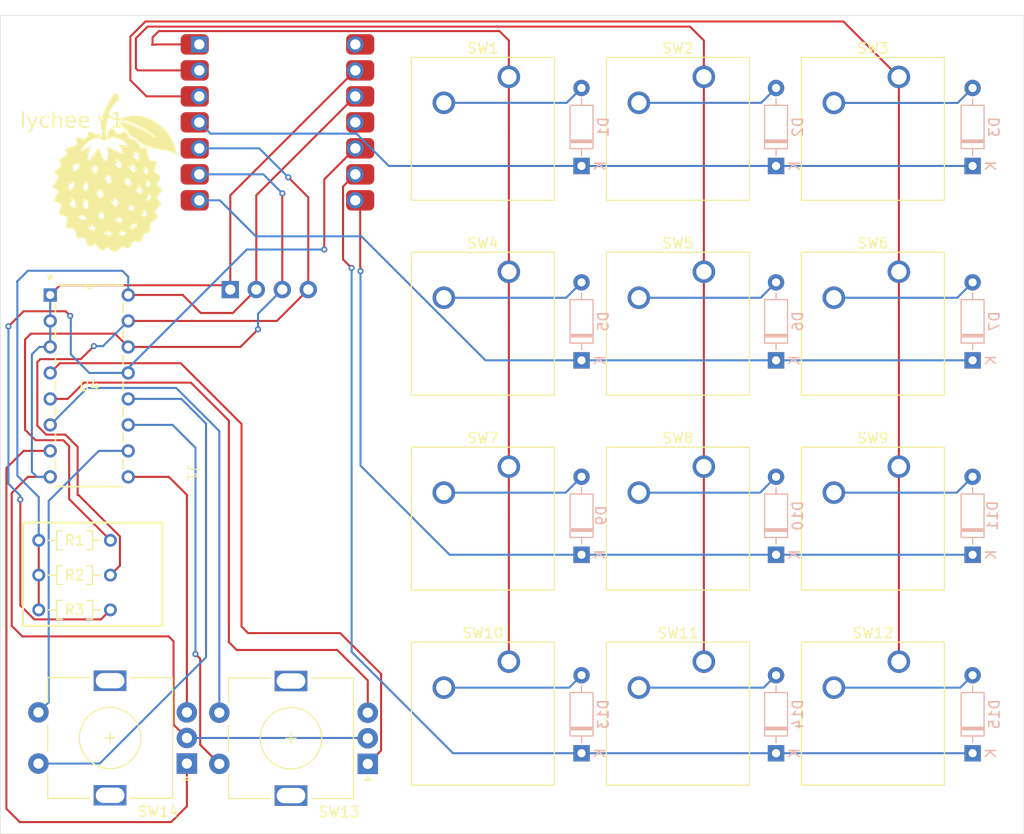
<source format=kicad_pcb>
(kicad_pcb (version 20240108) (generator "pcbnew") (generator_version "8.0")
  (title_block (title "lychee v1"))
  (layers (0 "F.Cu" signal) (31 "B.Cu" signal) (34 "B.Paste" user) (35 "F.Paste" user) (36 "B.SilkS" user "B.Silkscreen") (37 "F.SilkS" user "F.Silkscreen") (38 "B.Mask" user) (39 "F.Mask" user) (44 "Edge.Cuts" user))
  (net 0 "")
  (net 1 "Net-(D1-A)")
  (net 2 "Row 0")
  (net 3 "Net-(D2-A)")
  (net 4 "Net-(D3-A)")
  (net 5 "Net-(D5-A)")
  (net 6 "Row 1")
  (net 7 "Net-(D6-A)")
  (net 8 "Net-(D7-A)")
  (net 9 "Net-(D9-A)")
  (net 10 "Row 2")
  (net 11 "Net-(D10-A)")
  (net 12 "Net-(D11-A)")
  (net 13 "SCL")
  (net 14 "+3.3V")
  (net 15 "SDA")
  (net 16 "INT")
  (net 17 "Column 0")
  (net 18 "Column 1")
  (net 19 "Column 2")
  (net 20 "GND")
  (net 21 "Rotary A1")
  (net 22 "Rotary 1S1")
  (net 23 "Rotary B1")
  (net 24 "Rotary B2")
  (net 25 "Rotary 2S1")
  (net 26 "Rotary A2")
  (net 29 "Rotary 1S2")
  (net 30 "Rotary 2S2")
  (net 31 "Row 3")
  (net 32 "Net-(D13-A)")
  (net 33 "Net-(D14-A)")
  (net 34 "Net-(D15-A)")
  (footprint "3-1623928-0:RESAD700W45L350D185" (layer "F.Cu") (at 107.13 110.6)
    (property "Reference" "R1" (at 0 0 0) (layer "F.SilkS") (effects (font (size 1.000772 1.000772))))
    (property "Value" "4.7k")
    (pad "1" thru_hole circle (at -3.5 0) (size 1.258 1.258) (drill 0.75) (layers "*.Cu" "*.Mask") (net 14 "+3.3V"))
    (pad "2" thru_hole circle (at 3.5 0) (size 1.258 1.258) (drill 0.75) (layers "*.Cu" "*.Mask") (net 13 "SCL"))
  )
  (footprint "Button_Switch_Keyboard:SW_Cherry_MX_1.00u_PCB" (layer "F.Cu") (at 168.6 65.3)
    (property "Reference" "SW2" (at -2.54 -2.794 0) (layer "F.SilkS"))
    (property "Value" "SW_Push_45deg")
    (pad "" np_thru_hole circle (at -7.62 5.08) (size 1.7 1.7) (drill 1.7) (layers "*.Cu" "*.Mask"))
    (pad "" np_thru_hole circle (at -2.54 5.08) (size 4 4) (drill 4) (layers "*.Cu" "*.Mask"))
    (pad "" np_thru_hole circle (at 2.54 5.08) (size 1.7 1.7) (drill 1.7) (layers "*.Cu" "*.Mask"))
    (pad "1" thru_hole circle (at 0 0) (size 2.2 2.2) (drill 1.5) (layers "*.Cu" "*.Mask") (net 18 "Column 1"))
    (pad "2" thru_hole circle (at -6.35 2.54) (size 2.2 2.2) (drill 1.5) (layers "*.Cu" "*.Mask") (net 3 "Net-(D2-A)"))
  )
  (footprint "logo_kicad:lychee" (layer "F.Cu") (at 111.11 74.66)
    (property "Reference" "G***" (hide yes))
    (property "Value" "LOGO" (hide yes))
  )
  (footprint "Rotary_Encoder:RotaryEncoder_Alps_EC11E-Switch_Vertical_H20mm" (layer "F.Cu") (at 135.77 132.45 180)
    (property "Reference" "SW13" (at 2.8 -4.7 0) (layer "F.SilkS"))
    (property "Value" "RotaryEncoder_Switch")
    (pad "A" thru_hole rect (at 0 0 180) (size 2 2) (drill 1) (layers "*.Cu" "*.Mask") (net 21 "Rotary A1"))
    (pad "B" thru_hole circle (at 0 5 180) (size 2 2) (drill 1) (layers "*.Cu" "*.Mask") (net 23 "Rotary B1"))
    (pad "C" thru_hole circle (at 0 2.5 180) (size 2 2) (drill 1) (layers "*.Cu" "*.Mask") (net 20 "GND"))
    (pad "MP" thru_hole rect (at 7.5 -3.1 180) (size 3.2 2) (drill oval 2.8 1.5) (layers "*.Cu" "*.Mask"))
    (pad "MP" thru_hole rect (at 7.5 8.1 180) (size 3.2 2) (drill oval 2.8 1.5) (layers "*.Cu" "*.Mask"))
    (pad "S1" thru_hole circle (at 14.5 5 180) (size 2 2) (drill 1) (layers "*.Cu" "*.Mask") (net 22 "Rotary 1S1"))
    (pad "S2" thru_hole circle (at 14.5 0 180) (size 2 2) (drill 1) (layers "*.Cu" "*.Mask") (net 29 "Rotary 1S2"))
  )
  (footprint "Button_Switch_Keyboard:SW_Cherry_MX_1.00u_PCB" (layer "F.Cu") (at 149.55 65.3)
    (property "Reference" "SW1" (at -2.54 -2.794 0) (layer "F.SilkS"))
    (property "Value" "SW_Push_45deg")
    (pad "" np_thru_hole circle (at -7.62 5.08) (size 1.7 1.7) (drill 1.7) (layers "*.Cu" "*.Mask"))
    (pad "" np_thru_hole circle (at -2.54 5.08) (size 4 4) (drill 4) (layers "*.Cu" "*.Mask"))
    (pad "" np_thru_hole circle (at 2.54 5.08) (size 1.7 1.7) (drill 1.7) (layers "*.Cu" "*.Mask"))
    (pad "1" thru_hole circle (at 0 0) (size 2.2 2.2) (drill 1.5) (layers "*.Cu" "*.Mask") (net 17 "Column 0"))
    (pad "2" thru_hole circle (at -6.35 2.54) (size 2.2 2.2) (drill 1.5) (layers "*.Cu" "*.Mask") (net 1 "Net-(D1-A)"))
  )
  (footprint "Button_Switch_Keyboard:SW_Cherry_MX_1.00u_PCB" (layer "F.Cu") (at 187.65 122.46)
    (property "Reference" "SW12" (at -2.54 -2.794 0) (layer "F.SilkS"))
    (property "Value" "SW_Push_45deg")
    (pad "" np_thru_hole circle (at -7.62 5.08) (size 1.7 1.7) (drill 1.7) (layers "*.Cu" "*.Mask"))
    (pad "" np_thru_hole circle (at -2.54 5.08) (size 4 4) (drill 4) (layers "*.Cu" "*.Mask"))
    (pad "" np_thru_hole circle (at 2.54 5.08) (size 1.7 1.7) (drill 1.7) (layers "*.Cu" "*.Mask"))
    (pad "1" thru_hole circle (at 0 0) (size 2.2 2.2) (drill 1.5) (layers "*.Cu" "*.Mask") (net 19 "Column 2"))
    (pad "2" thru_hole circle (at -6.35 2.54) (size 2.2 2.2) (drill 1.5) (layers "*.Cu" "*.Mask") (net 34 "Net-(D15-A)"))
  )
  (footprint "Button_Switch_Keyboard:SW_Cherry_MX_1.00u_PCB" (layer "F.Cu") (at 187.65 65.31)
    (property "Reference" "SW3" (at -2.54 -2.794 0) (layer "F.SilkS"))
    (property "Value" "SW_Push_45deg")
    (pad "" np_thru_hole circle (at -7.62 5.08) (size 1.7 1.7) (drill 1.7) (layers "*.Cu" "*.Mask"))
    (pad "" np_thru_hole circle (at -2.54 5.08) (size 4 4) (drill 4) (layers "*.Cu" "*.Mask"))
    (pad "" np_thru_hole circle (at 2.54 5.08) (size 1.7 1.7) (drill 1.7) (layers "*.Cu" "*.Mask"))
    (pad "1" thru_hole circle (at 0 0) (size 2.2 2.2) (drill 1.5) (layers "*.Cu" "*.Mask") (net 19 "Column 2"))
    (pad "2" thru_hole circle (at -6.35 2.54) (size 2.2 2.2) (drill 1.5) (layers "*.Cu" "*.Mask") (net 4 "Net-(D3-A)"))
  )
  (footprint "Button_Switch_Keyboard:SW_Cherry_MX_1.00u_PCB" (layer "F.Cu") (at 149.55 122.46)
    (property "Reference" "SW10" (at -2.54 -2.794 0) (layer "F.SilkS"))
    (property "Value" "SW_Push_45deg")
    (pad "" np_thru_hole circle (at -7.62 5.08) (size 1.7 1.7) (drill 1.7) (layers "*.Cu" "*.Mask"))
    (pad "" np_thru_hole circle (at -2.54 5.08) (size 4 4) (drill 4) (layers "*.Cu" "*.Mask"))
    (pad "" np_thru_hole circle (at 2.54 5.08) (size 1.7 1.7) (drill 1.7) (layers "*.Cu" "*.Mask"))
    (pad "1" thru_hole circle (at 0 0) (size 2.2 2.2) (drill 1.5) (layers "*.Cu" "*.Mask") (net 17 "Column 0"))
    (pad "2" thru_hole circle (at -6.35 2.54) (size 2.2 2.2) (drill 1.5) (layers "*.Cu" "*.Mask") (net 32 "Net-(D13-A)"))
  )
  (footprint "OLED:OLED128x32" (layer "F.Cu") (at 118.14 103.99 -90)
    (property "Reference" "J1" (at 0 -0.5 -90) (layer "F.SilkS") (effects (font (thickness 0.1))))
    (property "Value" "OLED_128x32")
    (pad "1" thru_hole rect (at -17.9 -4.2 90) (size 1.7 1.7) (drill 1) (layers "*.Cu" "*.Mask") (net 20 "GND"))
    (pad "2" thru_hole oval (at -17.9 -6.74 90) (size 1.7 1.7) (drill 1) (layers "*.Cu" "*.Mask") (net 14 "+3.3V"))
    (pad "3" thru_hole oval (at -17.9 -9.28 90) (size 1.7 1.7) (drill 1) (layers "*.Cu" "*.Mask") (net 13 "SCL"))
    (pad "4" thru_hole oval (at -17.9 -11.82 90) (size 1.7 1.7) (drill 1) (layers "*.Cu" "*.Mask") (net 15 "SDA"))
  )
  (footprint "Button_Switch_Keyboard:SW_Cherry_MX_1.00u_PCB" (layer "F.Cu") (at 149.55 84.35)
    (property "Reference" "SW4" (at -2.54 -2.794 0) (layer "F.SilkS"))
    (property "Value" "SW_Push_45deg")
    (pad "" np_thru_hole circle (at -7.62 5.08) (size 1.7 1.7) (drill 1.7) (layers "*.Cu" "*.Mask"))
    (pad "" np_thru_hole circle (at -2.54 5.08) (size 4 4) (drill 4) (layers "*.Cu" "*.Mask"))
    (pad "" np_thru_hole circle (at 2.54 5.08) (size 1.7 1.7) (drill 1.7) (layers "*.Cu" "*.Mask"))
    (pad "1" thru_hole circle (at 0 0) (size 2.2 2.2) (drill 1.5) (layers "*.Cu" "*.Mask") (net 17 "Column 0"))
    (pad "2" thru_hole circle (at -6.35 2.54) (size 2.2 2.2) (drill 1.5) (layers "*.Cu" "*.Mask") (net 5 "Net-(D5-A)"))
  )
  (footprint "PCF8574AN:N16" (layer "F.Cu") (at 112.37 104.4)
    (property "Reference" "U4" (at -3.81 -8.89 0) (layer "F.SilkS"))
    (property "Value" "PCF8574A")
    (fp_text user "*" (at -7.62 -19.1897 0) (layer "F.SilkS"))
    (pad "1" thru_hole rect (at -7.62 -17.78) (size 1.2954 1.2954) (drill 0.7874) (layers "*.Cu" "*.Mask") (net 20 "GND"))
    (pad "2" thru_hole circle (at -7.62 -15.24) (size 1.2954 1.2954) (drill 0.7874) (layers "*.Cu" "*.Mask") (net 20 "GND"))
    (pad "3" thru_hole circle (at -7.62 -12.7) (size 1.2954 1.2954) (drill 0.7874) (layers "*.Cu" "*.Mask") (net 20 "GND"))
    (pad "4" thru_hole circle (at -7.62 -10.16) (size 1.2954 1.2954) (drill 0.7874) (layers "*.Cu" "*.Mask") (net 21 "Rotary A1"))
    (pad "5" thru_hole circle (at -7.62 -7.62) (size 1.2954 1.2954) (drill 0.7874) (layers "*.Cu" "*.Mask") (net 23 "Rotary B1"))
    (pad "6" thru_hole circle (at -7.62 -5.08) (size 1.2954 1.2954) (drill 0.7874) (layers "*.Cu" "*.Mask") (net 22 "Rotary 1S1"))
    (pad "7" thru_hole circle (at -7.62 -2.54) (size 1.2954 1.2954) (drill 0.7874) (layers "*.Cu" "*.Mask") (net 26 "Rotary A2"))
    (pad "8" thru_hole circle (at -7.62 0) (size 1.2954 1.2954) (drill 0.7874) (layers "*.Cu" "*.Mask") (net 20 "GND"))
    (pad "9" thru_hole circle (at 0 0) (size 1.2954 1.2954) (drill 0.7874) (layers "*.Cu" "*.Mask") (net 24 "Rotary B2"))
    (pad "10" thru_hole circle (at 0 -2.54) (size 1.2954 1.2954) (drill 0.7874) (layers "*.Cu" "*.Mask") (net 25 "Rotary 2S1"))
    (pad "11" thru_hole circle (at 0 -5.08) (size 1.2954 1.2954) (drill 0.7874) (layers "*.Cu" "*.Mask") (net 29 "Rotary 1S2"))
    (pad "12" thru_hole circle (at 0 -7.62) (size 1.2954 1.2954) (drill 0.7874) (layers "*.Cu" "*.Mask") (net 30 "Rotary 2S2"))
    (pad "13" thru_hole circle (at 0 -10.16) (size 1.2954 1.2954) (drill 0.7874) (layers "*.Cu" "*.Mask") (net 16 "INT"))
    (pad "14" thru_hole circle (at 0 -12.7) (size 1.2954 1.2954) (drill 0.7874) (layers "*.Cu" "*.Mask") (net 13 "SCL"))
    (pad "15" thru_hole circle (at 0 -15.24) (size 1.2954 1.2954) (drill 0.7874) (layers "*.Cu" "*.Mask") (net 15 "SDA"))
    (pad "16" thru_hole circle (at 0 -17.78) (size 1.2954 1.2954) (drill 0.7874) (layers "*.Cu" "*.Mask") (net 14 "+3.3V"))
  )
  (footprint "3-1623928-0:RESAD700W45L350D185" (layer "F.Cu") (at 107.13 117.4 180)
    (property "Reference" "R3" (at 0 0 0) (layer "F.SilkS") (effects (font (size 1.000772 1.000772))))
    (property "Value" "4.7k")
    (pad "1" thru_hole circle (at -3.5 0 180) (size 1.258 1.258) (drill 0.75) (layers "*.Cu" "*.Mask") (net 16 "INT"))
    (pad "2" thru_hole circle (at 3.5 0 180) (size 1.258 1.258) (drill 0.75) (layers "*.Cu" "*.Mask") (net 14 "+3.3V"))
  )
  (footprint "Button_Switch_Keyboard:SW_Cherry_MX_1.00u_PCB" (layer "F.Cu") (at 168.6 122.46)
    (property "Reference" "SW11" (at -2.54 -2.794 0) (layer "F.SilkS"))
    (property "Value" "SW_Push_45deg")
    (pad "" np_thru_hole circle (at -7.62 5.08) (size 1.7 1.7) (drill 1.7) (layers "*.Cu" "*.Mask"))
    (pad "" np_thru_hole circle (at -2.54 5.08) (size 4 4) (drill 4) (layers "*.Cu" "*.Mask"))
    (pad "" np_thru_hole circle (at 2.54 5.08) (size 1.7 1.7) (drill 1.7) (layers "*.Cu" "*.Mask"))
    (pad "1" thru_hole circle (at 0 0) (size 2.2 2.2) (drill 1.5) (layers "*.Cu" "*.Mask") (net 18 "Column 1"))
    (pad "2" thru_hole circle (at -6.35 2.54) (size 2.2 2.2) (drill 1.5) (layers "*.Cu" "*.Mask") (net 33 "Net-(D14-A)"))
  )
  (footprint "Button_Switch_Keyboard:SW_Cherry_MX_1.00u_PCB" (layer "F.Cu") (at 168.6 103.4)
    (property "Reference" "SW8" (at -2.54 -2.794 0) (layer "F.SilkS"))
    (property "Value" "SW_Push_45deg")
    (pad "" np_thru_hole circle (at -7.62 5.08) (size 1.7 1.7) (drill 1.7) (layers "*.Cu" "*.Mask"))
    (pad "" np_thru_hole circle (at -2.54 5.08) (size 4 4) (drill 4) (layers "*.Cu" "*.Mask"))
    (pad "" np_thru_hole circle (at 2.54 5.08) (size 1.7 1.7) (drill 1.7) (layers "*.Cu" "*.Mask"))
    (pad "1" thru_hole circle (at 0 0) (size 2.2 2.2) (drill 1.5) (layers "*.Cu" "*.Mask") (net 18 "Column 1"))
    (pad "2" thru_hole circle (at -6.35 2.54) (size 2.2 2.2) (drill 1.5) (layers "*.Cu" "*.Mask") (net 11 "Net-(D10-A)"))
  )
  (footprint "ScottoKeebs_MCU:Seeed_XIAO_RP2040" (layer "F.Cu") (at 126.93 69.75)
    (property "Reference" "U1" (hide yes))
    (property "Value" "Seeed Studio XIAO SAMD21")
    (pad "1" smd roundrect (at -8.065 -7.62) (size 2.75 2) (layers "F.Cu" "F.Paste" "F.Mask") (net 17 "Column 0"))
    (pad "1" thru_hole rect (at -7.62 -7.62 90) (size 1.6 1.6) (drill 1) (layers "*.Cu" "*.Mask") (net 17 "Column 0"))
    (pad "2" smd roundrect (at -8.065 -5.08) (size 2.75 2) (layers "F.Cu" "F.Paste" "F.Mask") (net 18 "Column 1"))
    (pad "2" thru_hole circle (at -7.62 -5.08 90) (size 1.6 1.6) (drill 1) (layers "*.Cu" "*.Mask") (net 18 "Column 1"))
    (pad "3" smd roundrect (at -8.065 -2.54) (size 2.75 2) (layers "F.Cu" "F.Paste" "F.Mask") (net 19 "Column 2"))
    (pad "3" thru_hole circle (at -7.62 -2.54 90) (size 1.6 1.6) (drill 1) (layers "*.Cu" "*.Mask") (net 19 "Column 2"))
    (pad "4" smd roundrect (at -8.065 0) (size 2.75 2) (layers "F.Cu" "F.Paste" "F.Mask") (net 2 "Row 0"))
    (pad "4" thru_hole circle (at -7.62 0 90) (size 1.6 1.6) (drill 1) (layers "*.Cu" "*.Mask") (net 2 "Row 0"))
    (pad "5" smd roundrect (at -8.065 2.54) (size 2.75 2) (layers "F.Cu" "F.Paste" "F.Mask") (net 15 "SDA"))
    (pad "5" thru_hole circle (at -7.62 2.54 90) (size 1.6 1.6) (drill 1) (layers "*.Cu" "*.Mask") (net 15 "SDA"))
    (pad "6" smd roundrect (at -8.065 5.08) (size 2.75 2) (layers "F.Cu" "F.Paste" "F.Mask") (net 13 "SCL"))
    (pad "6" thru_hole circle (at -7.62 5.08 90) (size 1.6 1.6) (drill 1) (layers "*.Cu" "*.Mask") (net 13 "SCL"))
    (pad "7" smd roundrect (at -8.065 7.62) (size 2.75 2) (layers "F.Cu" "F.Paste" "F.Mask") (net 6 "Row 1"))
    (pad "7" thru_hole circle (at -7.62 7.62 90) (size 1.6 1.6) (drill 1) (layers "*.Cu" "*.Mask") (net 6 "Row 1"))
    (pad "8" thru_hole circle (at 7.62 7.62 90) (size 1.6 1.6) (drill 1) (layers "*.Cu" "*.Mask") (net 10 "Row 2"))
    (pad "8" smd roundrect (at 8.1 7.62) (size 2.75 2) (layers "F.Cu" "F.Paste" "F.Mask") (net 10 "Row 2"))
    (pad "9" thru_hole circle (at 7.62 5.08 90) (size 1.6 1.6) (drill 1) (layers "*.Cu" "*.Mask") (net 31 "Row 3"))
    (pad "9" smd roundrect (at 8.1 5.08) (size 2.75 2) (layers "F.Cu" "F.Paste" "F.Mask") (net 31 "Row 3"))
    (pad "10" thru_hole circle (at 7.62 2.54 90) (size 1.6 1.6) (drill 1) (layers "*.Cu" "*.Mask") (net 16 "INT"))
    (pad "10" smd roundrect (at 8.1 2.54) (size 2.75 2) (layers "F.Cu" "F.Paste" "F.Mask") (net 16 "INT"))
    (pad "11" thru_hole circle (at 7.62 0 90) (size 1.6 1.6) (drill 1) (layers "*.Cu" "*.Mask"))
    (pad "11" smd roundrect (at 8.1 0) (size 2.75 2) (layers "F.Cu" "F.Paste" "F.Mask"))
    (pad "12" thru_hole circle (at 7.62 -2.54 90) (size 1.6 1.6) (drill 1) (layers "*.Cu" "*.Mask") (net 14 "+3.3V"))
    (pad "12" smd roundrect (at 8.1 -2.54) (size 2.75 2) (layers "F.Cu" "F.Paste" "F.Mask") (net 14 "+3.3V"))
    (pad "13" thru_hole circle (at 7.62 -5.08 90) (size 1.6 1.6) (drill 1) (layers "*.Cu" "*.Mask") (net 20 "GND"))
    (pad "13" smd roundrect (at 8.1 -5.08) (size 2.75 2) (layers "F.Cu" "F.Paste" "F.Mask") (net 20 "GND"))
    (pad "14" thru_hole circle (at 7.62 -7.62 90) (size 1.6 1.6) (drill 1) (layers "*.Cu" "*.Mask"))
    (pad "14" smd roundrect (at 8.1 -7.62) (size 2.75 2) (layers "F.Cu" "F.Paste" "F.Mask"))
  )
  (footprint "Rotary_Encoder:RotaryEncoder_Alps_EC11E-Switch_Vertical_H20mm" (layer "F.Cu") (at 118.1 132.42 180)
    (property "Reference" "SW14" (at 2.8 -4.7 0) (layer "F.SilkS"))
    (property "Value" "RotaryEncoder_Switch")
    (pad "A" thru_hole rect (at 0 0 180) (size 2 2) (drill 1) (layers "*.Cu" "*.Mask") (net 26 "Rotary A2"))
    (pad "B" thru_hole circle (at 0 5 180) (size 2 2) (drill 1) (layers "*.Cu" "*.Mask") (net 24 "Rotary B2"))
    (pad "C" thru_hole circle (at 0 2.5 180) (size 2 2) (drill 1) (layers "*.Cu" "*.Mask") (net 20 "GND"))
    (pad "MP" thru_hole rect (at 7.5 -3.1 180) (size 3.2 2) (drill oval 2.8 1.5) (layers "*.Cu" "*.Mask"))
    (pad "MP" thru_hole rect (at 7.5 8.1 180) (size 3.2 2) (drill oval 2.8 1.5) (layers "*.Cu" "*.Mask"))
    (pad "S1" thru_hole circle (at 14.5 5 180) (size 2 2) (drill 1) (layers "*.Cu" "*.Mask") (net 25 "Rotary 2S1"))
    (pad "S2" thru_hole circle (at 14.5 0 180) (size 2 2) (drill 1) (layers "*.Cu" "*.Mask") (net 30 "Rotary 2S2"))
  )
  (footprint "Button_Switch_Keyboard:SW_Cherry_MX_1.00u_PCB" (layer "F.Cu") (at 187.65 103.4)
    (property "Reference" "SW9" (at -2.54 -2.794 0) (layer "F.SilkS"))
    (property "Value" "SW_Push_45deg")
    (pad "" np_thru_hole circle (at -7.62 5.08) (size 1.7 1.7) (drill 1.7) (layers "*.Cu" "*.Mask"))
    (pad "" np_thru_hole circle (at -2.54 5.08) (size 4 4) (drill 4) (layers "*.Cu" "*.Mask"))
    (pad "" np_thru_hole circle (at 2.54 5.08) (size 1.7 1.7) (drill 1.7) (layers "*.Cu" "*.Mask"))
    (pad "1" thru_hole circle (at 0 0) (size 2.2 2.2) (drill 1.5) (layers "*.Cu" "*.Mask") (net 19 "Column 2"))
    (pad "2" thru_hole circle (at -6.35 2.54) (size 2.2 2.2) (drill 1.5) (layers "*.Cu" "*.Mask") (net 12 "Net-(D11-A)"))
  )
  (footprint "3-1623928-0:RESAD700W45L350D185" (layer "F.Cu") (at 107.13 114)
    (property "Reference" "R2" (at 0 0 0) (layer "F.SilkS") (effects (font (size 1.000772 1.000772))))
    (property "Value" "4.7k")
    (pad "1" thru_hole circle (at -3.5 0) (size 1.258 1.258) (drill 0.75) (layers "*.Cu" "*.Mask") (net 14 "+3.3V"))
    (pad "2" thru_hole circle (at 3.5 0) (size 1.258 1.258) (drill 0.75) (layers "*.Cu" "*.Mask") (net 15 "SDA"))
  )
  (footprint "Button_Switch_Keyboard:SW_Cherry_MX_1.00u_PCB" (layer "F.Cu") (at 187.65 84.35)
    (property "Reference" "SW6" (at -2.54 -2.794 0) (layer "F.SilkS"))
    (property "Value" "SW_Push_45deg")
    (pad "" np_thru_hole circle (at -7.62 5.08) (size 1.7 1.7) (drill 1.7) (layers "*.Cu" "*.Mask"))
    (pad "" np_thru_hole circle (at -2.54 5.08) (size 4 4) (drill 4) (layers "*.Cu" "*.Mask"))
    (pad "" np_thru_hole circle (at 2.54 5.08) (size 1.7 1.7) (drill 1.7) (layers "*.Cu" "*.Mask"))
    (pad "1" thru_hole circle (at 0 0) (size 2.2 2.2) (drill 1.5) (layers "*.Cu" "*.Mask") (net 19 "Column 2"))
    (pad "2" thru_hole circle (at -6.35 2.54) (size 2.2 2.2) (drill 1.5) (layers "*.Cu" "*.Mask") (net 8 "Net-(D7-A)"))
  )
  (footprint "Button_Switch_Keyboard:SW_Cherry_MX_1.00u_PCB" (layer "F.Cu") (at 168.6 84.35)
    (property "Reference" "SW5" (at -2.54 -2.794 0) (layer "F.SilkS"))
    (property "Value" "SW_Push_45deg")
    (pad "" np_thru_hole circle (at -7.62 5.08) (size 1.7 1.7) (drill 1.7) (layers "*.Cu" "*.Mask"))
    (pad "" np_thru_hole circle (at -2.54 5.08) (size 4 4) (drill 4) (layers "*.Cu" "*.Mask"))
    (pad "" np_thru_hole circle (at 2.54 5.08) (size 1.7 1.7) (drill 1.7) (layers "*.Cu" "*.Mask"))
    (pad "1" thru_hole circle (at 0 0) (size 2.2 2.2) (drill 1.5) (layers "*.Cu" "*.Mask") (net 18 "Column 1"))
    (pad "2" thru_hole circle (at -6.35 2.54) (size 2.2 2.2) (drill 1.5) (layers "*.Cu" "*.Mask") (net 7 "Net-(D6-A)"))
  )
  (footprint "Button_Switch_Keyboard:SW_Cherry_MX_1.00u_PCB" (layer "F.Cu") (at 149.55 103.4)
    (property "Reference" "SW7" (at -2.54 -2.794 0) (layer "F.SilkS"))
    (property "Value" "SW_Push_45deg")
    (pad "" np_thru_hole circle (at -7.62 5.08) (size 1.7 1.7) (drill 1.7) (layers "*.Cu" "*.Mask"))
    (pad "" np_thru_hole circle (at -2.54 5.08) (size 4 4) (drill 4) (layers "*.Cu" "*.Mask"))
    (pad "" np_thru_hole circle (at 2.54 5.08) (size 1.7 1.7) (drill 1.7) (layers "*.Cu" "*.Mask"))
    (pad "1" thru_hole circle (at 0 0) (size 2.2 2.2) (drill 1.5) (layers "*.Cu" "*.Mask") (net 17 "Column 0"))
    (pad "2" thru_hole circle (at -6.35 2.54) (size 2.2 2.2) (drill 1.5) (layers "*.Cu" "*.Mask") (net 9 "Net-(D9-A)"))
  )
  (footprint "Diode_THT:D_DO-35_SOD27_P7.62mm_Horizontal" (layer "B.Cu") (at 156.65 131.41 90)
    (property "Reference" "D13" (at 3.81 2.12 90) (layer "B.SilkS") (effects (justify mirror)))
    (property "Value" "1N4148")
    (fp_text user "K" (at 0 1.8 90) (layer "B.SilkS") (effects (justify mirror)))
    (pad "1" thru_hole rect (at 0 0 90) (size 1.6 1.6) (drill 0.8) (layers "*.Cu" "*.Mask") (net 31 "Row 3"))
    (pad "2" thru_hole oval (at 7.62 0 90) (size 1.6 1.6) (drill 0.8) (layers "*.Cu" "*.Mask") (net 32 "Net-(D13-A)"))
  )
  (footprint "Diode_THT:D_DO-35_SOD27_P7.62mm_Horizontal" (layer "B.Cu") (at 194.85 131.41 90)
    (property "Reference" "D15" (at 3.81 2.12 90) (layer "B.SilkS") (effects (justify mirror)))
    (property "Value" "1N4148")
    (fp_text user "K" (at 0 1.8 90) (layer "B.SilkS") (effects (justify mirror)))
    (pad "1" thru_hole rect (at 0 0 90) (size 1.6 1.6) (drill 0.8) (layers "*.Cu" "*.Mask") (net 31 "Row 3"))
    (pad "2" thru_hole oval (at 7.62 0 90) (size 1.6 1.6) (drill 0.8) (layers "*.Cu" "*.Mask") (net 34 "Net-(D15-A)"))
  )
  (footprint "Diode_THT:D_DO-35_SOD27_P7.62mm_Horizontal" (layer "B.Cu") (at 194.85 93.01 90)
    (property "Reference" "D7" (at 3.81 2.12 90) (layer "B.SilkS") (effects (justify mirror)))
    (property "Value" "1N4148")
    (fp_text user "K" (at 0 1.8 90) (layer "B.SilkS") (effects (justify mirror)))
    (pad "1" thru_hole rect (at 0 0 90) (size 1.6 1.6) (drill 0.8) (layers "*.Cu" "*.Mask") (net 6 "Row 1"))
    (pad "2" thru_hole oval (at 7.62 0 90) (size 1.6 1.6) (drill 0.8) (layers "*.Cu" "*.Mask") (net 8 "Net-(D7-A)"))
  )
  (footprint "Diode_THT:D_DO-35_SOD27_P7.62mm_Horizontal" (layer "B.Cu") (at 156.65 74.01 90)
    (property "Reference" "D1" (at 3.81 2.12 90) (layer "B.SilkS") (effects (justify mirror)))
    (property "Value" "1N4148")
    (fp_text user "K" (at 0 1.8 90) (layer "B.SilkS") (effects (justify mirror)))
    (pad "1" thru_hole rect (at 0 0 90) (size 1.6 1.6) (drill 0.8) (layers "*.Cu" "*.Mask") (net 2 "Row 0"))
    (pad "2" thru_hole oval (at 7.62 0 90) (size 1.6 1.6) (drill 0.8) (layers "*.Cu" "*.Mask") (net 1 "Net-(D1-A)"))
  )
  (footprint "Diode_THT:D_DO-35_SOD27_P7.62mm_Horizontal" (layer "B.Cu") (at 175.65 112.01 90)
    (property "Reference" "D10" (at 3.81 2.12 90) (layer "B.SilkS") (effects (justify mirror)))
    (property "Value" "1N4148")
    (fp_text user "K" (at 0 1.8 90) (layer "B.SilkS") (effects (justify mirror)))
    (pad "1" thru_hole rect (at 0 0 90) (size 1.6 1.6) (drill 0.8) (layers "*.Cu" "*.Mask") (net 10 "Row 2"))
    (pad "2" thru_hole oval (at 7.62 0 90) (size 1.6 1.6) (drill 0.8) (layers "*.Cu" "*.Mask") (net 11 "Net-(D10-A)"))
  )
  (footprint "Diode_THT:D_DO-35_SOD27_P7.62mm_Horizontal" (layer "B.Cu") (at 175.65 93.01 90)
    (property "Reference" "D6" (at 3.81 2.12 90) (layer "B.SilkS") (effects (justify mirror)))
    (property "Value" "1N4148")
    (fp_text user "K" (at 0 1.8 90) (layer "B.SilkS") (effects (justify mirror)))
    (pad "1" thru_hole rect (at 0 0 90) (size 1.6 1.6) (drill 0.8) (layers "*.Cu" "*.Mask") (net 6 "Row 1"))
    (pad "2" thru_hole oval (at 7.62 0 90) (size 1.6 1.6) (drill 0.8) (layers "*.Cu" "*.Mask") (net 7 "Net-(D6-A)"))
  )
  (footprint "Diode_THT:D_DO-35_SOD27_P7.62mm_Horizontal" (layer "B.Cu") (at 156.65 93.01 90)
    (property "Reference" "D5" (at 3.81 2.12 90) (layer "B.SilkS") (effects (justify mirror)))
    (property "Value" "1N4148")
    (fp_text user "K" (at 0 1.8 90) (layer "B.SilkS") (effects (justify mirror)))
    (pad "1" thru_hole rect (at 0 0 90) (size 1.6 1.6) (drill 0.8) (layers "*.Cu" "*.Mask") (net 6 "Row 1"))
    (pad "2" thru_hole oval (at 7.62 0 90) (size 1.6 1.6) (drill 0.8) (layers "*.Cu" "*.Mask") (net 5 "Net-(D5-A)"))
  )
  (footprint "Diode_THT:D_DO-35_SOD27_P7.62mm_Horizontal" (layer "B.Cu") (at 194.85 74.01 90)
    (property "Reference" "D3" (at 3.81 2.12 90) (layer "B.SilkS") (effects (justify mirror)))
    (property "Value" "1N4148")
    (fp_text user "K" (at 0 1.8 90) (layer "B.SilkS") (effects (justify mirror)))
    (pad "1" thru_hole rect (at 0 0 90) (size 1.6 1.6) (drill 0.8) (layers "*.Cu" "*.Mask") (net 2 "Row 0"))
    (pad "2" thru_hole oval (at 7.62 0 90) (size 1.6 1.6) (drill 0.8) (layers "*.Cu" "*.Mask") (net 4 "Net-(D3-A)"))
  )
  (footprint "Diode_THT:D_DO-35_SOD27_P7.62mm_Horizontal" (layer "B.Cu") (at 175.65 131.41 90)
    (property "Reference" "D14" (at 3.81 2.12 90) (layer "B.SilkS") (effects (justify mirror)))
    (property "Value" "1N4148")
    (fp_text user "K" (at 0 1.8 90) (layer "B.SilkS") (effects (justify mirror)))
    (pad "1" thru_hole rect (at 0 0 90) (size 1.6 1.6) (drill 0.8) (layers "*.Cu" "*.Mask") (net 31 "Row 3"))
    (pad "2" thru_hole oval (at 7.62 0 90) (size 1.6 1.6) (drill 0.8) (layers "*.Cu" "*.Mask") (net 33 "Net-(D14-A)"))
  )
  (footprint "Diode_THT:D_DO-35_SOD27_P7.62mm_Horizontal" (layer "B.Cu") (at 194.85 112.01 90)
    (property "Reference" "D11" (at 3.82 1.95 90) (layer "B.SilkS") (effects (justify mirror)))
    (property "Value" "1N4148")
    (fp_text user "K" (at 0 1.8 90) (layer "B.SilkS") (effects (justify mirror)))
    (pad "1" thru_hole rect (at 0 0 90) (size 1.6 1.6) (drill 0.8) (layers "*.Cu" "*.Mask") (net 10 "Row 2"))
    (pad "2" thru_hole oval (at 7.62 0 90) (size 1.6 1.6) (drill 0.8) (layers "*.Cu" "*.Mask") (net 12 "Net-(D11-A)"))
  )
  (footprint "Diode_THT:D_DO-35_SOD27_P7.62mm_Horizontal" (layer "B.Cu") (at 175.65 74.01 90)
    (property "Reference" "D2" (at 3.81 2.12 90) (layer "B.SilkS") (effects (justify mirror)))
    (property "Value" "1N4148")
    (fp_text user "K" (at 0 1.8 90) (layer "B.SilkS") (effects (justify mirror)))
    (pad "1" thru_hole rect (at 0 0 90) (size 1.6 1.6) (drill 0.8) (layers "*.Cu" "*.Mask") (net 2 "Row 0"))
    (pad "2" thru_hole oval (at 7.62 0 90) (size 1.6 1.6) (drill 0.8) (layers "*.Cu" "*.Mask") (net 3 "Net-(D2-A)"))
  )
  (footprint "Diode_THT:D_DO-35_SOD27_P7.62mm_Horizontal" (layer "B.Cu") (at 156.65 112.01 90)
    (property "Reference" "D9" (at 3.84 1.92 90) (layer "B.SilkS") (effects (justify mirror)))
    (property "Value" "1N4148" (hide yes))
    (fp_text user "K" (at 0 1.8 90) (layer "B.SilkS") (effects (justify mirror)))
    (pad "1" thru_hole rect (at 0 0 90) (size 1.6 1.6) (drill 0.8) (layers "*.Cu" "*.Mask") (net 10 "Row 2"))
    (pad "2" thru_hole oval (at 7.62 0 90) (size 1.6 1.6) (drill 0.8) (layers "*.Cu" "*.Mask") (net 9 "Net-(D9-A)"))
  )
  (gr_rect (start 102.09 108.87) (end 115.71 118.95) (stroke (width 0.2)) (fill none) (layer "F.SilkS"))
  (gr_rect (start 99.87 59.29) (end 199.87 139.29) (stroke (width 0.05)) (fill none) (layer "Edge.Cuts"))
  (gr_text "lychee v1" (at 101.79 70.52 0) (layer "F.SilkS") (effects (font (size 1.5 1.5) (thickness 0.1)) (justify left bottom)))
  (segment (start 143.2 67.84) (end 155.2 67.84) (width 0.2) (layer "B.Cu") (net 1))
  (segment (start 155.2 67.84) (end 156.65 66.39) (width 0.2) (layer "B.Cu") (net 1))
  (segment (start 120.41 70.85) (end 119.31 69.75) (width 0.2) (layer "B.Cu") (net 2))
  (segment (start 175.65 74.01) (end 194.85 74.01) (width 0.2) (layer "B.Cu") (net 2))
  (segment (start 156.65 74.01) (end 137.825635 74.01) (width 0.2) (layer "B.Cu") (net 2))
  (segment (start 156.65 74.01) (end 175.65 74.01) (width 0.2) (layer "B.Cu") (net 2))
  (segment (start 137.825635 74.01) (end 134.665635 70.85) (width 0.2) (layer "B.Cu") (net 2))
  (segment (start 134.665635 70.85) (end 120.41 70.85) (width 0.2) (layer "B.Cu") (net 2))
  (segment (start 162.25 67.84) (end 174.2 67.84) (width 0.2) (layer "B.Cu") (net 3))
  (segment (start 174.2 67.84) (end 175.65 66.39) (width 0.2) (layer "B.Cu") (net 3))
  (segment (start 193.39 67.85) (end 194.85 66.39) (width 0.2) (layer "B.Cu") (net 4))
  (segment (start 181.3 67.85) (end 193.39 67.85) (width 0.2) (layer "B.Cu") (net 4))
  (segment (start 155.15 86.89) (end 156.65 85.39) (width 0.2) (layer "B.Cu") (net 5))
  (segment (start 143.2 86.89) (end 155.15 86.89) (width 0.2) (layer "B.Cu") (net 5))
  (segment (start 147.266598 93.01) (end 135.146598 80.89) (width 0.2) (layer "B.Cu") (net 6))
  (segment (start 175.65 93.01) (end 194.85 93.01) (width 0.2) (layer "B.Cu") (net 6))
  (segment (start 156.65 93.01) (end 175.65 93.01) (width 0.2) (layer "B.Cu") (net 6))
  (segment (start 124.84 80.89) (end 121.32 77.37) (width 0.2) (layer "B.Cu") (net 6))
  (segment (start 135.146598 80.89) (end 124.84 80.89) (width 0.2) (layer "B.Cu") (net 6))
  (segment (start 156.65 93.01) (end 147.266598 93.01) (width 0.2) (layer "B.Cu") (net 6))
  (segment (start 121.32 77.37) (end 119.31 77.37) (width 0.2) (layer "B.Cu") (net 6))
  (segment (start 174.15 86.89) (end 175.65 85.39) (width 0.2) (layer "B.Cu") (net 7))
  (segment (start 162.25 86.89) (end 174.15 86.89) (width 0.2) (layer "B.Cu") (net 7))
  (segment (start 181.3 86.89) (end 193.35 86.89) (width 0.2) (layer "B.Cu") (net 8))
  (segment (start 193.35 86.89) (end 194.85 85.39) (width 0.2) (layer "B.Cu") (net 8))
  (segment (start 155.1 105.94) (end 156.65 104.39) (width 0.2) (layer "B.Cu") (net 9))
  (segment (start 143.2 105.94) (end 155.1 105.94) (width 0.2) (layer "B.Cu") (net 9))
  (segment (start 135.06 83.9) (end 135.03 83.87) (width 0.2) (layer "F.Cu") (net 10))
  (segment (start 135.03 83.87) (end 135.03 77.37) (width 0.2) (layer "F.Cu") (net 10))
  (segment (start 135.06 84.29) (end 135.06 83.9) (width 0.2) (layer "F.Cu") (net 10))
  (via (at 135.06 84.29) (size 0.6) (drill 0.3) (layers "F.Cu" "B.Cu") (net 10))
  (segment (start 143.762944 112.01) (end 135.06 103.307056) (width 0.2) (layer "B.Cu") (net 10))
  (segment (start 175.65 112.01) (end 156.65 112.01) (width 0.2) (layer "B.Cu") (net 10))
  (segment (start 156.65 112.01) (end 143.762944 112.01) (width 0.2) (layer "B.Cu") (net 10))
  (segment (start 135.06 103.307056) (end 135.06 84.29) (width 0.2) (layer "B.Cu") (net 10))
  (segment (start 194.85 112.01) (end 175.65 112.01) (width 0.2) (layer "B.Cu") (net 10))
  (segment (start 162.25 105.94) (end 174.1 105.94) (width 0.2) (layer "B.Cu") (net 11))
  (segment (start 174.1 105.94) (end 175.65 104.39) (width 0.2) (layer "B.Cu") (net 11))
  (segment (start 193.3 105.94) (end 194.85 104.39) (width 0.2) (layer "B.Cu") (net 12))
  (segment (start 181.3 105.94) (end 193.3 105.94) (width 0.2) (layer "B.Cu") (net 12))
  (segment (start 106.6 101.39) (end 106.03 100.82) (width 0.2) (layer "F.Cu") (net 13))
  (segment (start 123.33 91.7) (end 125.05 89.98) (width 0.2) (layer "F.Cu") (net 13))
  (segment (start 112.37 91.7) (end 123.33 91.7) (width 0.2) (layer "F.Cu") (net 13))
  (segment (start 102.29 99.79) (end 102.29 90.98) (width 0.2) (layer "F.Cu") (net 13))
  (segment (start 106.6 106.57) (end 106.6 101.39) (width 0.2) (layer "F.Cu") (net 13))
  (segment (start 103.32 100.82) (end 102.29 99.79) (width 0.2) (layer "F.Cu") (net 13))
  (segment (start 102.29 90.98) (end 102.87 90.4) (width 0.2) (layer "F.Cu") (net 13))
  (segment (start 102.87 90.4) (end 111.07 90.4) (width 0.2) (layer "F.Cu") (net 13))
  (segment (start 110.63 110.6) (end 106.6 106.57) (width 0.2) (layer "F.Cu") (net 13))
  (segment (start 106.03 100.82) (end 103.32 100.82) (width 0.2) (layer "F.Cu") (net 13))
  (segment (start 127.42 76.7) (end 127.43 76.69) (width 0.2) (layer "F.Cu") (net 13))
  (segment (start 111.07 90.4) (end 112.37 91.7) (width 0.2) (layer "F.Cu") (net 13))
  (segment (start 127.42 86.09) (end 127.42 76.7) (width 0.2) (layer "F.Cu") (net 13))
  (via (at 125.05 89.98) (size 0.6) (drill 0.3) (layers "F.Cu" "B.Cu") (net 13))
  (via (at 127.43 76.69) (size 0.6) (drill 0.3) (layers "F.Cu" "B.Cu") (net 13))
  (segment (start 127.43 76.69) (end 125.57 74.83) (width 0.2) (layer "B.Cu") (net 13))
  (segment (start 125.05 88.46) (end 127.42 86.09) (width 0.2) (layer "B.Cu") (net 13))
  (segment (start 125.05 89.98) (end 125.05 88.46) (width 0.2) (layer "B.Cu") (net 13))
  (segment (start 125.57 74.83) (end 119.31 74.83) (width 0.2) (layer "B.Cu") (net 13))
  (segment (start 122.59 88.38) (end 124.88 86.09) (width 0.2) (layer "F.Cu") (net 14))
  (segment (start 119.46 88.38) (end 122.59 88.38) (width 0.2) (layer "F.Cu") (net 14))
  (segment (start 124.88 86.09) (end 124.88 76.88) (width 0.2) (layer "F.Cu") (net 14))
  (segment (start 124.88 76.88) (end 134.55 67.21) (width 0.2) (layer "F.Cu") (net 14))
  (segment (start 117.7 86.62) (end 119.46 88.38) (width 0.2) (layer "F.Cu") (net 14))
  (segment (start 112.37 86.62) (end 117.7 86.62) (width 0.2) (layer "F.Cu") (net 14))
  (segment (start 103.63 114) (end 103.63 110.6) (width 0.2) (layer "F.Cu") (net 14))
  (segment (start 103.63 117.4) (end 103.63 114) (width 0.2) (layer "F.Cu") (net 14))
  (segment (start 112.37 84.84) (end 112.37 86.62) (width 0.2) (layer "B.Cu") (net 14))
  (segment (start 103.63 110.6) (end 103.63 106.37) (width 0.2) (layer "B.Cu") (net 14))
  (segment (start 101.5 85.32) (end 102.57 84.25) (width 0.2) (layer "B.Cu") (net 14))
  (segment (start 103.63 106.37) (end 101.54 104.28) (width 0.2) (layer "B.Cu") (net 14))
  (segment (start 111.78 84.25) (end 112.37 84.84) (width 0.2) (layer "B.Cu") (net 14))
  (segment (start 101.54 104.28) (end 101.54 85.36) (width 0.2) (layer "B.Cu") (net 14))
  (segment (start 102.57 84.25) (end 111.78 84.25) (width 0.2) (layer "B.Cu") (net 14))
  (segment (start 101.54 85.36) (end 101.5 85.32) (width 0.2) (layer "B.Cu") (net 14))
  (segment (start 111.559 113.071) (end 111.559 110.215195) (width 0.2) (layer "F.Cu") (net 15))
  (segment (start 104.357449 100.2677) (end 103.49 99.400251) (width 0.2) (layer "F.Cu") (net 15))
  (segment (start 110.63 114) (end 111.559 113.071) (width 0.2) (layer "F.Cu") (net 15))
  (segment (start 129.96 86.09) (end 129.96 77.08) (width 0.2) (layer "F.Cu") (net 15))
  (segment (start 106.2277 100.2677) (end 104.357449 100.2677) (width 0.2) (layer "F.Cu") (net 15))
  (segment (start 103.7777 92.8923) (end 107.7377 92.8923) (width 0.2) (layer "F.Cu") (net 15))
  (segment (start 111.559 110.215195) (end 107.523805 106.18) (width 0.2) (layer "F.Cu") (net 15))
  (segment (start 106.26 100.3) (end 106.2277 100.2677) (width 0.2) (layer "F.Cu") (net 15))
  (segment (start 103.49 99.400251) (end 103.49 93.18) (width 0.2) (layer "F.Cu") (net 15))
  (segment (start 107.523805 106.18) (end 107.43 106.18) (width 0.2) (layer "F.Cu") (net 15))
  (segment (start 129.96 77.08) (end 128 75.12) (width 0.2) (layer "F.Cu") (net 15))
  (segment (start 103.49 93.18) (end 103.7777 92.8923) (width 0.2) (layer "F.Cu") (net 15))
  (segment (start 126.89 89.16) (end 129.96 86.09) (width 0.2) (layer "F.Cu") (net 15))
  (segment (start 107.7377 92.8923) (end 109.01 91.62) (width 0.2) (layer "F.Cu") (net 15))
  (segment (start 107.43 101.47) (end 106.26 100.3) (width 0.2) (layer "F.Cu") (net 15))
  (segment (start 107.43 106.18) (end 107.43 101.47) (width 0.2) (layer "F.Cu") (net 15))
  (segment (start 112.37 89.16) (end 126.89 89.16) (width 0.2) (layer "F.Cu") (net 15))
  (via (at 109.01 91.62) (size 0.6) (drill 0.3) (layers "F.Cu" "B.Cu") (net 15))
  (via (at 128 75.12) (size 0.6) (drill 0.3) (layers "F.Cu" "B.Cu") (net 15))
  (segment (start 109.91 91.62) (end 112.37 89.16) (width 0.2) (layer "B.Cu") (net 15))
  (segment (start 109.01 91.62) (end 109.91 91.62) (width 0.2) (layer "B.Cu") (net 15))
  (segment (start 125.17 72.29) (end 119.31 72.29) (width 0.2) (layer "B.Cu") (net 15))
  (segment (start 128 75.12) (end 125.17 72.29) (width 0.2) (layer "B.Cu") (net 15))
  (segment (start 131.52 75.32) (end 134.55 72.29) (width 0.2) (layer "F.Cu") (net 16))
  (segment (start 131.52 82.18) (end 131.52 75.32) (width 0.2) (layer "F.Cu") (net 16))
  (segment (start 110.63 117.4) (end 109.701 118.329) (width 0.2) (layer "F.Cu") (net 16))
  (segment (start 100.67 89.69) (end 102.1477 88.2123) (width 0.2) (layer "F.Cu") (net 16))
  (segment (start 103.199 118.329) (end 101.83 116.96) (width 0.2) (layer "F.Cu") (net 16))
  (segment (start 101.83 116.96) (end 101.83 106.62) (width 0.2) (layer "F.Cu") (net 16))
  (segment (start 106.2523 88.2123) (end 106.7 88.66) (width 0.2) (layer "F.Cu") (net 16))
  (segment (start 109.701 118.329) (end 103.199 118.329) (width 0.2) (layer "F.Cu") (net 16))
  (segment (start 102.1477 88.2123) (end 106.2523 88.2123) (width 0.2) (layer "F.Cu") (net 16))
  (via (at 100.67 89.69) (size 0.6) (drill 0.3) (layers "F.Cu" "B.Cu") (net 16))
  (via (at 101.83 106.62) (size 0.6) (drill 0.3) (layers "F.Cu" "B.Cu") (net 16))
  (via (at 106.7 88.66) (size 0.6) (drill 0.3) (layers "F.Cu" "B.Cu") (net 16))
  (via (at 131.52 82.18) (size 0.6) (drill 0.3) (layers "F.Cu" "B.Cu") (net 16))
  (segment (start 112.37 93.76) (end 123.95 82.18) (width 0.2) (layer "B.Cu") (net 16))
  (segment (start 101.83 106.24) (end 100.67 105.08) (width 0.2) (layer "B.Cu") (net 16))
  (segment (start 100.67 105.08) (end 100.67 89.69) (width 0.2) (layer "B.Cu") (net 16))
  (segment (start 106.76 92.43) (end 108.57 94.24) (width 0.2) (layer "B.Cu") (net 16))
  (segment (start 108.57 94.24) (end 112.37 94.24) (width 0.2) (layer "B.Cu") (net 16))
  (segment (start 123.95 82.18) (end 131.52 82.18) (width 0.2) (layer "B.Cu") (net 16))
  (segment (start 106.76 88.72) (end 106.76 92.43) (width 0.2) (layer "B.Cu") (net 16))
  (segment (start 112.37 94.24) (end 112.37 93.76) (width 0.2) (layer "B.Cu") (net 16))
  (segment (start 101.83 106.62) (end 101.83 106.24) (width 0.2) (layer "B.Cu") (net 16))
  (segment (start 106.7 88.66) (end 106.76 88.72) (width 0.2) (layer "B.Cu") (net 16))
  (segment (start 149.55 61.75) (end 148.63 60.83) (width 0.2) (layer "F.Cu") (net 17))
  (segment (start 149.55 65.3) (end 149.55 84.35) (width 0.2) (layer "F.Cu") (net 17))
  (segment (start 115.08 62.13) (end 119.31 62.13) (width 0.2) (layer "F.Cu") (net 17))
  (segment (start 148.63 60.83) (end 115.36 60.83) (width 0.2) (layer "F.Cu") (net 17))
  (segment (start 115.05 62.16) (end 115.08 62.13) (width 0.2) (layer "F.Cu") (net 17))
  (segment (start 114.75 62.12) (end 114.71 62.16) (width 0.2) (layer "F.Cu") (net 17))
  (segment (start 114.71 62.16) (end 115.05 62.16) (width 0.2) (layer "F.Cu") (net 17))
  (segment (start 149.55 84.35) (end 149.55 103.4) (width 0.2) (layer "F.Cu") (net 17))
  (segment (start 115.36 60.83) (end 114.75 61.44) (width 0.2) (layer "F.Cu") (net 17))
  (segment (start 114.75 61.44) (end 114.75 62.12) (width 0.2) (layer "F.Cu") (net 17))
  (segment (start 149.55 103.4) (end 149.55 122.46) (width 0.2) (layer "F.Cu") (net 17))
  (segment (start 149.55 65.3) (end 149.55 61.75) (width 0.2) (layer "F.Cu") (net 17))
  (segment (start 113.31 64.67) (end 113.12 64.48) (width 0.2) (layer "F.Cu") (net 18))
  (segment (start 114.26 60.39) (end 113.12 61.53) (width 0.2) (layer "F.Cu") (net 18))
  (segment (start 113.31 64.67) (end 119.31 64.67) (width 0.2) (layer "F.Cu") (net 18))
  (segment (start 113.12 61.53) (end 113.12 64.48) (width 0.2) (layer "F.Cu") (net 18))
  (segment (start 168.6 103.4) (end 168.6 122.46) (width 0.2) (layer "F.Cu") (net 18))
  (segment (start 168.6 65.3) (end 168.6 84.35) (width 0.2) (layer "F.Cu") (net 18))
  (segment (start 168.6 61.75) (end 167.24 60.39) (width 0.2) (layer "F.Cu") (net 18))
  (segment (start 168.6 84.35) (end 168.6 103.4) (width 0.2) (layer "F.Cu") (net 18))
  (segment (start 167.24 60.39) (end 114.26 60.39) (width 0.2) (layer "F.Cu") (net 18))
  (segment (start 168.6 65.3) (end 168.6 61.75) (width 0.2) (layer "F.Cu") (net 18))
  (segment (start 182.23 59.89) (end 114.05 59.89) (width 0.2) (layer "F.Cu") (net 19))
  (segment (start 114.05 59.89) (end 112.58 61.36) (width 0.2) (layer "F.Cu") (net 19))
  (segment (start 187.65 65.31) (end 187.65 84.35) (width 0.2) (layer "F.Cu") (net 19))
  (segment (start 187.65 103.4) (end 187.65 122.46) (width 0.2) (layer "F.Cu") (net 19))
  (segment (start 114.16 67.21) (end 119.31 67.21) (width 0.2) (layer "F.Cu") (net 19))
  (segment (start 112.58 61.36) (end 112.58 65.63) (width 0.2) (layer "F.Cu") (net 19))
  (segment (start 112.58 65.63) (end 114.16 67.21) (width 0.2) (layer "F.Cu") (net 19))
  (segment (start 187.65 84.35) (end 187.65 103.4) (width 0.2) (layer "F.Cu") (net 19))
  (segment (start 187.65 65.31) (end 182.23 59.89) (width 0.2) (layer "F.Cu") (net 19))
  (segment (start 105.6977 85.6723) (end 121.9223 85.6723) (width 0.2) (layer "F.Cu") (net 20))
  (segment (start 102.57 104.4) (end 104.75 104.4) (width 0.2) (layer "F.Cu") (net 20))
  (segment (start 102.02 119.99) (end 100.99 118.96) (width 0.2) (layer "F.Cu") (net 20))
  (segment (start 116.8 120.47) (end 116.32 119.99) (width 0.2) (layer "F.Cu") (net 20))
  (segment (start 122.34 86.09) (end 122.34 76.88) (width 0.2) (layer "F.Cu") (net 20))
  (segment (start 121.9223 85.6723) (end 122.34 86.09) (width 0.2) (layer "F.Cu") (net 20))
  (segment (start 116.32 119.99) (end 102.02 119.99) (width 0.2) (layer "F.Cu") (net 20))
  (segment (start 100.99 105.98) (end 102.57 104.4) (width 0.2) (layer "F.Cu") (net 20))
  (segment (start 100.99 118.96) (end 100.99 105.98) (width 0.2) (layer "F.Cu") (net 20))
  (segment (start 116.8 128.62) (end 116.8 120.47) (width 0.2) (layer "F.Cu") (net 20))
  (segment (start 104.75 86.62) (end 105.6977 85.6723) (width 0.2) (layer "F.Cu") (net 20))
  (segment (start 118.1 129.92) (end 116.8 128.62) (width 0.2) (layer "F.Cu") (net 20))
  (segment (start 118.13 129.95) (end 118.1 129.92) (width 0.2) (layer "F.Cu") (net 20))
  (segment (start 122.34 76.88) (end 134.55 64.67) (width 0.2) (layer "F.Cu") (net 20))
  (segment (start 104.75 89.16) (end 104.75 91.7) (width 0.2) (layer "B.Cu") (net 20))
  (segment (start 104.75 91.7) (end 103.68 91.7) (width 0.2) (layer "B.Cu") (net 20))
  (segment (start 103.68 91.7) (end 102.97 92.41) (width 0.2) (layer "B.Cu") (net 20))
  (segment (start 118.1 129.92) (end 135.74 129.92) (width 0.2) (layer "B.Cu") (net 20))
  (segment (start 102.97 92.41) (end 102.97 92.55) (width 0.2) (layer "B.Cu") (net 20))
  (segment (start 102.96 103.91) (end 103.45 104.4) (width 0.2) (layer "B.Cu") (net 20))
  (segment (start 102.97 92.55) (end 102.96 92.56) (width 0.2) (layer "B.Cu") (net 20))
  (segment (start 103.45 104.4) (end 104.75 104.4) (width 0.2) (layer "B.Cu") (net 20))
  (segment (start 135.74 129.92) (end 135.77 129.95) (width 0.2) (layer "B.Cu") (net 20))
  (segment (start 104.75 86.62) (end 104.75 89.16) (width 0.2) (layer "B.Cu") (net 20))
  (segment (start 102.96 92.56) (end 102.96 103.91) (width 0.2) (layer "B.Cu") (net 20))
  (segment (start 135.0125 65.3) (end 134.8405 65.472) (width 0.2) (layer "B.Cu") (net 20))
  (segment (start 123.44 99.23) (end 117.5023 93.2923) (width 0.2) (layer "F.Cu") (net 21))
  (segment (start 105.6977 93.2923) (end 104.75 94.24) (width 0.2) (layer "F.Cu") (net 21))
  (segment (start 137.07 123.66) (end 133.08 119.67) (width 0.2) (layer "F.Cu") (net 21))
  (segment (start 137.07 131.15) (end 137.07 123.66) (width 0.2) (layer "F.Cu") (net 21))
  (segment (start 123.44 119.03) (end 123.44 99.23) (width 0.2) (layer "F.Cu") (net 21))
  (segment (start 117.5023 93.2923) (end 105.6977 93.2923) (width 0.2) (layer "F.Cu") (net 21))
  (segment (start 124.08 119.67) (end 123.44 119.03) (width 0.2) (layer "F.Cu") (net 21))
  (segment (start 135.77 132.45) (end 137.07 131.15) (width 0.2) (layer "F.Cu") (net 21))
  (segment (start 133.08 119.67) (end 124.08 119.67) (width 0.2) (layer "F.Cu") (net 21))
  (segment (start 117.055686 95.71) (end 108.36 95.71) (width 0.2) (layer "B.Cu") (net 22))
  (segment (start 121.27 99.924314) (end 117.055686 95.71) (width 0.2) (layer "B.Cu") (net 22))
  (segment (start 108.36 95.71) (end 104.75 99.32) (width 0.2) (layer "B.Cu") (net 22))
  (segment (start 121.27 127.45) (end 121.27 99.924314) (width 0.2) (layer "B.Cu") (net 22))
  (segment (start 122.2 120.55) (end 122.2 98.9) (width 0.2) (layer "F.Cu") (net 23))
  (segment (start 135.77 127.45) (end 135.77 124.3) (width 0.2) (layer "F.Cu") (net 23))
  (segment (start 132.79 121.32) (end 122.97 121.32) (width 0.2) (layer "F.Cu") (net 23))
  (segment (start 108.0677 95.1877) (end 108.06 95.18) (width 0.2) (layer "F.Cu") (net 23))
  (segment (start 106.46 96.78) (end 104.75 96.78) (width 0.2) (layer "F.Cu") (net 23))
  (segment (start 135.77 124.3) (end 132.79 121.32) (width 0.2) (layer "F.Cu") (net 23))
  (segment (start 118.4877 95.1877) (end 108.0677 95.1877) (width 0.2) (layer "F.Cu") (net 23))
  (segment (start 122.2 98.9) (end 118.4877 95.1877) (width 0.2) (layer "F.Cu") (net 23))
  (segment (start 108.06 95.18) (end 106.46 96.78) (width 0.2) (layer "F.Cu") (net 23))
  (segment (start 122.97 121.32) (end 122.2 120.55) (width 0.2) (layer "F.Cu") (net 23))
  (segment (start 116.3 104.4) (end 112.37 104.4) (width 0.2) (layer "F.Cu") (net 24))
  (segment (start 116.32 104.38) (end 116.3 104.4) (width 0.2) (layer "F.Cu") (net 24))
  (segment (start 118.1 127.42) (end 118.1 106.16) (width 0.2) (layer "F.Cu") (net 24))
  (segment (start 118.1 106.16) (end 116.32 104.38) (width 0.2) (layer "F.Cu") (net 24))
  (segment (start 104.6 106.76) (end 109.5 101.86) (width 0.2) (layer "B.Cu") (net 25))
  (segment (start 109.5 101.86) (end 112.37 101.86) (width 0.2) (layer "B.Cu") (net 25))
  (segment (start 104.6 126.42) (end 104.6 106.76) (width 0.2) (layer "B.Cu") (net 25))
  (segment (start 103.6 127.42) (end 104.6 126.42) (width 0.2) (layer "B.Cu") (net 25))
  (segment (start 100.47 136.83) (end 100.47 103.54) (width 0.2) (layer "F.Cu") (net 26))
  (segment (start 101.78 138.14) (end 100.47 136.83) (width 0.2) (layer "F.Cu") (net 26))
  (segment (start 118.1 136.6) (end 116.56 138.14) (width 0.2) (layer "F.Cu") (net 26))
  (segment (start 118.1 132.42) (end 118.1 136.6) (width 0.2) (layer "F.Cu") (net 26))
  (segment (start 100.47 103.54) (end 102.15 101.86) (width 0.2) (layer "F.Cu") (net 26))
  (segment (start 116.56 138.14) (end 101.78 138.14) (width 0.2) (layer "F.Cu") (net 26))
  (segment (start 102.15 101.86) (end 104.75 101.86) (width 0.2) (layer "F.Cu") (net 26))
  (segment (start 119.4 122.18) (end 119.4 130.58) (width 0.2) (layer "F.Cu") (net 29))
  (segment (start 119.4 130.58) (end 121.27 132.45) (width 0.2) (layer "F.Cu") (net 29))
  (segment (start 118.94 121.72) (end 119.4 122.18) (width 0.2) (layer "F.Cu") (net 29))
  (via (at 118.94 121.72) (size 0.6) (drill 0.3) (layers "F.Cu" "B.Cu") (net 29))
  (segment (start 116.7 99.32) (end 118.36 100.98) (width 0.2) (layer "B.Cu") (net 29))
  (segment (start 118.36 100.98) (end 118.94 101.56) (width 0.2) (layer "B.Cu") (net 29))
  (segment (start 118.94 101.56) (end 118.94 121.72) (width 0.2) (layer "B.Cu") (net 29))
  (segment (start 112.37 99.32) (end 116.7 99.32) (width 0.2) (layer "B.Cu") (net 29))
  (segment (start 112.37 96.78) (end 117.56 96.78) (width 0.2) (layer "B.Cu") (net 30))
  (segment (start 117.56 96.78) (end 119.97 99.19) (width 0.2) (layer "B.Cu") (net 30))
  (segment (start 119.97 99.19) (end 119.97 122.03) (width 0.2) (layer "B.Cu") (net 30))
  (segment (start 119.97 122.03) (end 109.6 132.4) (width 0.2) (layer "B.Cu") (net 30))
  (segment (start 109.45 132.42) (end 103.6 132.42) (width 0.2) (layer "B.Cu") (net 30))
  (segment (start 109.6 132.4) (end 109.47 132.4) (width 0.2) (layer "B.Cu") (net 30))
  (segment (start 109.47 132.4) (end 109.45 132.42) (width 0.2) (layer "B.Cu") (net 30))
  (segment (start 133.355 83.145) (end 133.355 76.025) (width 0.2) (layer "F.Cu") (net 31))
  (segment (start 133.355 76.025) (end 134.55 74.83) (width 0.2) (layer "F.Cu") (net 31))
  (segment (start 134.19 83.98) (end 133.355 83.145) (width 0.2) (layer "F.Cu") (net 31))
  (via (at 134.19 83.98) (size 0.6) (drill 0.3) (layers "F.Cu" "B.Cu") (net 31))
  (segment (start 156.65 131.41) (end 144.102944 131.41) (width 0.2) (layer "B.Cu") (net 31))
  (segment (start 175.65 131.41) (end 194.85 131.41) (width 0.2) (layer "B.Cu") (net 31))
  (segment (start 134.19 121.497056) (end 134.19 83.98) (width 0.2) (layer "B.Cu") (net 31))
  (segment (start 156.65 131.41) (end 175.65 131.41) (width 0.2) (layer "B.Cu") (net 31))
  (segment (start 144.102944 131.41) (end 134.19 121.497056) (width 0.2) (layer "B.Cu") (net 31))
  (segment (start 143.2 125) (end 155.44 125) (width 0.2) (layer "B.Cu") (net 32))
  (segment (start 155.44 125) (end 156.65 123.79) (width 0.2) (layer "B.Cu") (net 32))
  (segment (start 162.25 125) (end 174.44 125) (width 0.2) (layer "B.Cu") (net 33))
  (segment (start 174.44 125) (end 175.65 123.79) (width 0.2) (layer "B.Cu") (net 33))
  (segment (start 181.3 125) (end 193.64 125) (width 0.2) (layer "B.Cu") (net 34))
  (segment (start 193.64 125) (end 194.85 123.79) (width 0.2) (layer "B.Cu") (net 34))
)
</source>
